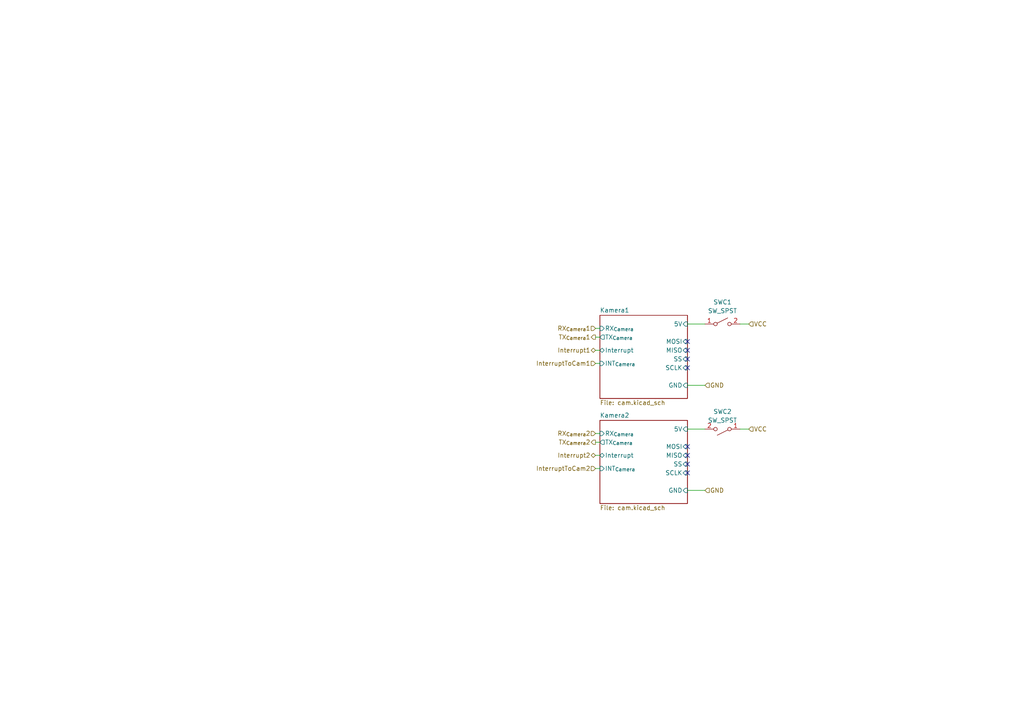
<source format=kicad_sch>
(kicad_sch (version 20250114) (generator "eeschema") (generator_version "9.0")
  (paper "A4")
  (lib_symbols
    (symbol "Switch:SW_SPST" (pin_names (offset 0) (hide yes))
      (property "Reference" "SW" (at 0 3.175 0))
      (property "Value" "SW_SPST" (at 0 -2.54 0))
      (symbol "SW_SPST_0_0"
        (circle (center -2.032 0) (radius 0.508))
        (polyline (pts (xy -1.524 0.254) (xy 1.524 1.778)))
        (circle (center 2.032 0) (radius 0.508))
      )
      (symbol "SW_SPST_1_1"
        (pin passive line (at -5.08 0 0) (length 2.54) (name "A") (number "1"))
        (pin passive line (at 5.08 0 180) (length 2.54) (name "B") (number "2"))
      )
    )
  )
  (no_connect (at 199.39 134.62))
  (no_connect (at 199.39 99.06))
  (no_connect (at 199.39 104.14))
  (no_connect (at 199.39 106.68))
  (no_connect (at 199.39 101.6))
  (no_connect (at 199.39 129.54))
  (no_connect (at 199.39 132.08))
  (no_connect (at 199.39 137.16))
  (wire (pts (xy 214.63 124.46) (xy 217.17 124.46)))
  (wire (pts (xy 199.39 142.24) (xy 204.47 142.24)))
  (wire (pts (xy 214.63 93.98) (xy 217.17 93.98)))
  (wire (pts (xy 199.39 111.76) (xy 204.47 111.76)))
  (wire (pts (xy 172.72 132.08) (xy 173.99 132.08)))
  (wire (pts (xy 199.39 124.46) (xy 204.47 124.46)))
  (wire (pts (xy 172.72 105.41) (xy 173.99 105.41)))
  (wire (pts (xy 172.72 101.6) (xy 173.99 101.6)))
  (wire (pts (xy 172.72 135.89) (xy 173.99 135.89)))
  (wire (pts (xy 172.72 125.73) (xy 173.99 125.73)))
  (wire (pts (xy 172.72 95.25) (xy 173.99 95.25)))
  (wire (pts (xy 172.72 128.27) (xy 173.99 128.27)))
  (wire (pts (xy 199.39 93.98) (xy 204.47 93.98)))
  (wire (pts (xy 172.72 97.79) (xy 173.99 97.79)))
  (hierarchical_label "RX_{Camera}2" (shape input) (at 172.72 125.73 180))
  (hierarchical_label "TX_{Camera}2" (shape output) (at 172.72 128.27 180))
  (hierarchical_label "InterruptToCam1" (shape input) (at 172.72 105.41 180))
  (hierarchical_label "InterruptToCam2" (shape input) (at 172.72 135.89 180))
  (hierarchical_label "GND" (shape input) (at 204.47 142.24 0))
  (hierarchical_label "Interrupt2" (shape bidirectional) (at 172.72 132.08 180))
  (hierarchical_label "RX_{Camera}1" (shape input) (at 172.72 95.25 180))
  (hierarchical_label "GND" (shape input) (at 204.47 111.76 0))
  (hierarchical_label "TX_{Camera}1" (shape output) (at 172.72 97.79 180))
  (hierarchical_label "VCC" (shape input) (at 217.17 93.98 0))
  (hierarchical_label "VCC" (shape input) (at 217.17 124.46 0))
  (hierarchical_label "Interrupt1" (shape bidirectional) (at 172.72 101.6 180))
  (symbol (lib_id "Switch:SW_SPST") (at 209.55 124.46 180) (unit 1)
    (property "Reference" "SWC2" (at 209.55 119.38 0))
    (property "Value" "SW_SPST" (at 209.55 121.92 0))
    (property "Footprint" "Connector_PinHeader_2.54mm:PinHeader_1x02_P2.54mm_Horizontal" (effects (hide yes)))
    (property "Description" "Single Pole Single Throw (SPST) switch" (effects (hide yes)))
  )
  (symbol (lib_id "Switch:SW_SPST") (at 209.55 93.98 0) (unit 1)
    (property "Reference" "SWC1" (at 209.55 87.63 0))
    (property "Value" "SW_SPST" (at 209.55 90.17 0))
    (property "Footprint" "Connector_PinHeader_2.54mm:PinHeader_1x02_P2.54mm_Horizontal" (effects (hide yes)))
    (property "Description" "Single Pole Single Throw (SPST) switch" (effects (hide yes)))
  )
  (sheet (at 173.99 121.92) (size 25.4 24.13) (stroke (width 0.1524))
    (property "Sheetname" "Kamera2" (at 173.99 121.2084 0) (effects (justify left bottom)))
    (property "Sheetfile" "cam.kicad_sch" (at 173.99 146.558 0) (effects (justify left top)))
    (pin "Interrupt" bidirectional (at 173.99 132.08 180))
    (pin "RX_{Camera}" input (at 173.99 125.73 180))
    (pin "TX_{Camera}" output (at 173.99 128.27 180))
    (pin "GND" input (at 199.39 142.24 0))
    (pin "5V" input (at 199.39 124.46 0))
    (pin "MOSI" input (at 199.39 129.54 0))
    (pin "SCLK" input (at 199.39 137.16 0))
    (pin "SS" input (at 199.39 134.62 0))
    (pin "MISO" input (at 199.39 132.08 0))
    (pin "INT_{Camera}" input (at 173.99 135.89 180))
  )
  (sheet (at 173.99 91.44) (size 25.4 24.13) (stroke (width 0.1524))
    (property "Sheetname" "Kamera1" (at 173.99 90.7284 0) (effects (justify left bottom)))
    (property "Sheetfile" "cam.kicad_sch" (at 173.99 116.078 0) (effects (justify left top)))
    (pin "Interrupt" bidirectional (at 173.99 101.6 180))
    (pin "RX_{Camera}" input (at 173.99 95.25 180))
    (pin "TX_{Camera}" output (at 173.99 97.79 180))
    (pin "GND" input (at 199.39 111.76 0))
    (pin "5V" input (at 199.39 93.98 0))
    (pin "MOSI" input (at 199.39 99.06 0))
    (pin "SCLK" input (at 199.39 106.68 0))
    (pin "SS" input (at 199.39 104.14 0))
    (pin "MISO" input (at 199.39 101.6 0))
    (pin "INT_{Camera}" input (at 173.99 105.41 180))
  )
)
</source>
